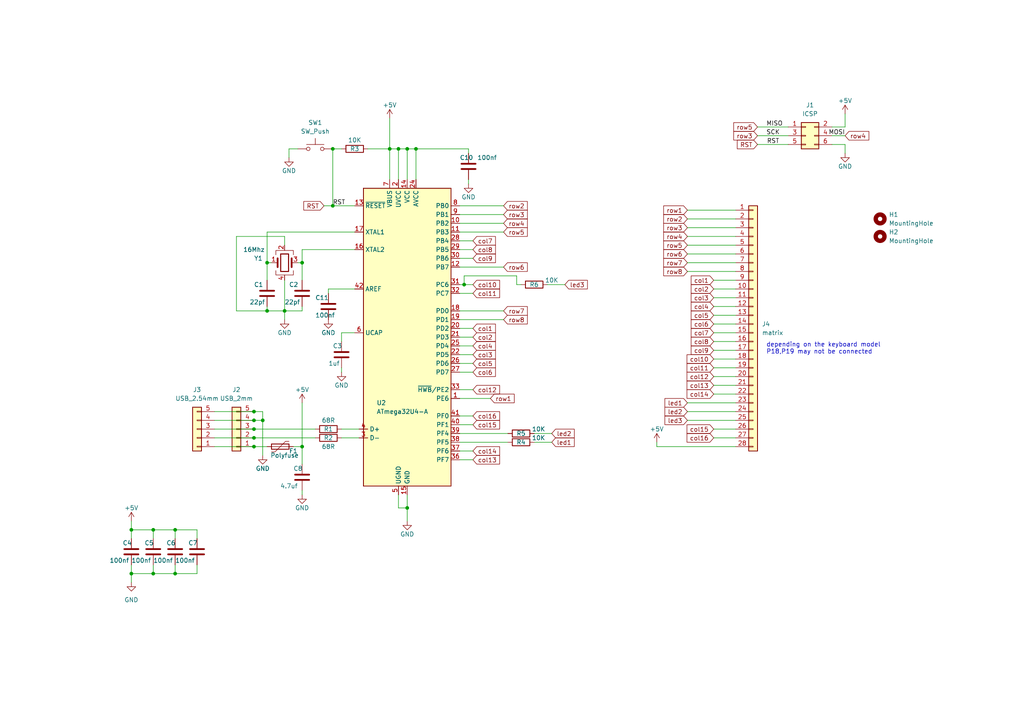
<source format=kicad_sch>
(kicad_sch (version 20230121) (generator eeschema)
  (paper "A4")
  (lib_symbols
    (symbol "Connector_Generic:Conn_01x05" (pin_names (offset 1.016) hide)
      (property "Reference" "J" (at 0 7.62 0))
      (property "Value" "Conn_01x05" (at 0 -7.62 0))
      (symbol "Conn_01x05_1_1"
        (rectangle (start -1.27 -4.953) (end 0 -5.207) (stroke (width 0.1524)))
        (rectangle (start -1.27 -2.413) (end 0 -2.667) (stroke (width 0.1524)))
        (rectangle (start -1.27 0.127) (end 0 -0.127) (stroke (width 0.1524)))
        (rectangle (start -1.27 2.667) (end 0 2.413) (stroke (width 0.1524)))
        (rectangle (start -1.27 5.207) (end 0 4.953) (stroke (width 0.1524)))
        (rectangle (start -1.27 6.35) (end 1.27 -6.35) (stroke (width 0.254)) (fill (type background)))
        (pin passive line (at -5.08 5.08 0) (length 3.81) (name "Pin_1") (number "1"))
        (pin passive line (at -5.08 2.54 0) (length 3.81) (name "Pin_2") (number "2"))
        (pin passive line (at -5.08 0 0) (length 3.81) (name "Pin_3") (number "3"))
        (pin passive line (at -5.08 -2.54 0) (length 3.81) (name "Pin_4") (number "4"))
        (pin passive line (at -5.08 -5.08 0) (length 3.81) (name "Pin_5") (number "5"))
      )
    )
    (symbol "Connector_Generic:Conn_01x28" (pin_names (offset 1.016) hide)
      (property "Reference" "J" (at 0 35.56 0))
      (property "Value" "Conn_01x28" (at 0 -38.1 0))
      (symbol "Conn_01x28_1_1"
        (rectangle (start -1.27 -35.433) (end 0 -35.687) (stroke (width 0.1524)))
        (rectangle (start -1.27 -32.893) (end 0 -33.147) (stroke (width 0.1524)))
        (rectangle (start -1.27 -30.353) (end 0 -30.607) (stroke (width 0.1524)))
        (rectangle (start -1.27 -27.813) (end 0 -28.067) (stroke (width 0.1524)))
        (rectangle (start -1.27 -25.273) (end 0 -25.527) (stroke (width 0.1524)))
        (rectangle (start -1.27 -22.733) (end 0 -22.987) (stroke (width 0.1524)))
        (rectangle (start -1.27 -20.193) (end 0 -20.447) (stroke (width 0.1524)))
        (rectangle (start -1.27 -17.653) (end 0 -17.907) (stroke (width 0.1524)))
        (rectangle (start -1.27 -15.113) (end 0 -15.367) (stroke (width 0.1524)))
        (rectangle (start -1.27 -12.573) (end 0 -12.827) (stroke (width 0.1524)))
        (rectangle (start -1.27 -10.033) (end 0 -10.287) (stroke (width 0.1524)))
        (rectangle (start -1.27 -7.493) (end 0 -7.747) (stroke (width 0.1524)))
        (rectangle (start -1.27 -4.953) (end 0 -5.207) (stroke (width 0.1524)))
        (rectangle (start -1.27 -2.413) (end 0 -2.667) (stroke (width 0.1524)))
        (rectangle (start -1.27 0.127) (end 0 -0.127) (stroke (width 0.1524)))
        (rectangle (start -1.27 2.667) (end 0 2.413) (stroke (width 0.1524)))
        (rectangle (start -1.27 5.207) (end 0 4.953) (stroke (width 0.1524)))
        (rectangle (start -1.27 7.747) (end 0 7.493) (stroke (width 0.1524)))
        (rectangle (start -1.27 10.287) (end 0 10.033) (stroke (width 0.1524)))
        (rectangle (start -1.27 12.827) (end 0 12.573) (stroke (width 0.1524)))
        (rectangle (start -1.27 15.367) (end 0 15.113) (stroke (width 0.1524)))
        (rectangle (start -1.27 17.907) (end 0 17.653) (stroke (width 0.1524)))
        (rectangle (start -1.27 20.447) (end 0 20.193) (stroke (width 0.1524)))
        (rectangle (start -1.27 22.987) (end 0 22.733) (stroke (width 0.1524)))
        (rectangle (start -1.27 25.527) (end 0 25.273) (stroke (width 0.1524)))
        (rectangle (start -1.27 28.067) (end 0 27.813) (stroke (width 0.1524)))
        (rectangle (start -1.27 30.607) (end 0 30.353) (stroke (width 0.1524)))
        (rectangle (start -1.27 33.147) (end 0 32.893) (stroke (width 0.1524)))
        (rectangle (start -1.27 34.29) (end 1.27 -36.83) (stroke (width 0.254)) (fill (type background)))
        (pin passive line (at -5.08 33.02 0) (length 3.81) (name "Pin_1") (number "1"))
        (pin passive line (at -5.08 10.16 0) (length 3.81) (name "Pin_10") (number "10"))
        (pin passive line (at -5.08 7.62 0) (length 3.81) (name "Pin_11") (number "11"))
        (pin passive line (at -5.08 5.08 0) (length 3.81) (name "Pin_12") (number "12"))
        (pin passive line (at -5.08 2.54 0) (length 3.81) (name "Pin_13") (number "13"))
        (pin passive line (at -5.08 0 0) (length 3.81) (name "Pin_14") (number "14"))
        (pin passive line (at -5.08 -2.54 0) (length 3.81) (name "Pin_15") (number "15"))
        (pin passive line (at -5.08 -5.08 0) (length 3.81) (name "Pin_16") (number "16"))
        (pin passive line (at -5.08 -7.62 0) (length 3.81) (name "Pin_17") (number "17"))
        (pin passive line (at -5.08 -10.16 0) (length 3.81) (name "Pin_18") (number "18"))
        (pin passive line (at -5.08 -12.7 0) (length 3.81) (name "Pin_19") (number "19"))
        (pin passive line (at -5.08 30.48 0) (length 3.81) (name "Pin_2") (number "2"))
        (pin passive line (at -5.08 -15.24 0) (length 3.81) (name "Pin_20") (number "20"))
        (pin passive line (at -5.08 -17.78 0) (length 3.81) (name "Pin_21") (number "21"))
        (pin passive line (at -5.08 -20.32 0) (length 3.81) (name "Pin_22") (number "22"))
        (pin passive line (at -5.08 -22.86 0) (length 3.81) (name "Pin_23") (number "23"))
        (pin passive line (at -5.08 -25.4 0) (length 3.81) (name "Pin_24") (number "24"))
        (pin passive line (at -5.08 -27.94 0) (length 3.81) (name "Pin_25") (number "25"))
        (pin passive line (at -5.08 -30.48 0) (length 3.81) (name "Pin_26") (number "26"))
        (pin passive line (at -5.08 -33.02 0) (length 3.81) (name "Pin_27") (number "27"))
        (pin passive line (at -5.08 -35.56 0) (length 3.81) (name "Pin_28") (number "28"))
        (pin passive line (at -5.08 27.94 0) (length 3.81) (name "Pin_3") (number "3"))
        (pin passive line (at -5.08 25.4 0) (length 3.81) (name "Pin_4") (number "4"))
        (pin passive line (at -5.08 22.86 0) (length 3.81) (name "Pin_5") (number "5"))
        (pin passive line (at -5.08 20.32 0) (length 3.81) (name "Pin_6") (number "6"))
        (pin passive line (at -5.08 17.78 0) (length 3.81) (name "Pin_7") (number "7"))
        (pin passive line (at -5.08 15.24 0) (length 3.81) (name "Pin_8") (number "8"))
        (pin passive line (at -5.08 12.7 0) (length 3.81) (name "Pin_9") (number "9"))
      )
    )
    (symbol "Connector_Generic:Conn_02x03_Odd_Even" (pin_names (offset 1.016) hide)
      (property "Reference" "J" (at 1.27 5.08 0))
      (property "Value" "Conn_02x03_Odd_Even" (at 1.27 -5.08 0))
      (symbol "Conn_02x03_Odd_Even_1_1"
        (rectangle (start -1.27 -2.413) (end 0 -2.667) (stroke (width 0.1524)))
        (rectangle (start -1.27 0.127) (end 0 -0.127) (stroke (width 0.1524)))
        (rectangle (start -1.27 2.667) (end 0 2.413) (stroke (width 0.1524)))
        (rectangle (start -1.27 3.81) (end 3.81 -3.81) (stroke (width 0.254)) (fill (type background)))
        (rectangle (start 3.81 -2.413) (end 2.54 -2.667) (stroke (width 0.1524)))
        (rectangle (start 3.81 0.127) (end 2.54 -0.127) (stroke (width 0.1524)))
        (rectangle (start 3.81 2.667) (end 2.54 2.413) (stroke (width 0.1524)))
        (pin passive line (at -5.08 2.54 0) (length 3.81) (name "Pin_1") (number "1"))
        (pin passive line (at 7.62 2.54 180) (length 3.81) (name "Pin_2") (number "2"))
        (pin passive line (at -5.08 0 0) (length 3.81) (name "Pin_3") (number "3"))
        (pin passive line (at 7.62 0 180) (length 3.81) (name "Pin_4") (number "4"))
        (pin passive line (at -5.08 -2.54 0) (length 3.81) (name "Pin_5") (number "5"))
        (pin passive line (at 7.62 -2.54 180) (length 3.81) (name "Pin_6") (number "6"))
      )
    )
    (symbol "Device:C" (pin_numbers hide) (pin_names (offset 0.254))
      (property "Reference" "C" (at 0.635 2.54 0))
      (property "Value" "C" (at 0.635 -2.54 0))
      (symbol "C_0_1"
        (polyline (pts (xy -2.032 -0.762) (xy 2.032 -0.762)) (stroke (width 0.508)))
        (polyline (pts (xy -2.032 0.762) (xy 2.032 0.762)) (stroke (width 0.508)))
      )
      (symbol "C_1_1"
        (pin passive line (at 0 3.81 270) (length 2.794) (name "~") (number "1"))
        (pin passive line (at 0 -3.81 90) (length 2.794) (name "~") (number "2"))
      )
    )
    (symbol "Device:Crystal_GND24" (pin_names (offset 1.016) hide)
      (property "Reference" "Y" (at 3.175 5.08 0))
      (property "Value" "Crystal_GND24" (at 3.175 3.175 0))
      (symbol "Crystal_GND24_0_1"
        (rectangle (start -1.143 2.54) (end 1.143 -2.54) (stroke (width 0.3048)))
        (polyline (pts (xy -2.54 0) (xy -2.032 0)))
        (polyline (pts (xy -2.032 -1.27) (xy -2.032 1.27)) (stroke (width 0.508)))
        (polyline (pts (xy 0 -3.81) (xy 0 -3.556)))
        (polyline (pts (xy 0 3.556) (xy 0 3.81)))
        (polyline (pts (xy 2.032 -1.27) (xy 2.032 1.27)) (stroke (width 0.508)))
        (polyline (pts (xy 2.032 0) (xy 2.54 0)))
        (polyline (pts (xy -2.54 -2.286) (xy -2.54 -3.556) (xy 2.54 -3.556) (xy 2.54 -2.286)))
        (polyline (pts (xy -2.54 2.286) (xy -2.54 3.556) (xy 2.54 3.556) (xy 2.54 2.286)))
      )
      (symbol "Crystal_GND24_1_1"
        (pin passive line (at -3.81 0 0) (length 1.27) (name "1") (number "1"))
        (pin passive line (at 0 5.08 270) (length 1.27) (name "2") (number "2"))
        (pin passive line (at 3.81 0 180) (length 1.27) (name "3") (number "3"))
        (pin passive line (at 0 -5.08 90) (length 1.27) (name "4") (number "4"))
      )
    )
    (symbol "Device:Polyfuse" (pin_numbers hide) (pin_names (offset 0))
      (property "Reference" "F" (at -2.54 0 90))
      (property "Value" "Polyfuse" (at 2.54 0 90))
      (symbol "Polyfuse_0_1"
        (rectangle (start -0.762 2.54) (end 0.762 -2.54) (stroke (width 0.254)))
        (polyline (pts (xy 0 2.54) (xy 0 -2.54)))
        (polyline (pts (xy -1.524 2.54) (xy -1.524 1.524) (xy 1.524 -1.524) (xy 1.524 -2.54)))
      )
      (symbol "Polyfuse_1_1"
        (pin passive line (at 0 3.81 270) (length 1.27) (name "~") (number "1"))
        (pin passive line (at 0 -3.81 90) (length 1.27) (name "~") (number "2"))
      )
    )
    (symbol "Device:R" (pin_numbers hide) (pin_names (offset 0))
      (property "Reference" "R" (at 2.032 0 90))
      (property "Value" "R" (at 0 0 90))
      (symbol "R_0_1"
        (rectangle (start -1.016 -2.54) (end 1.016 2.54) (stroke (width 0.254)))
      )
      (symbol "R_1_1"
        (pin passive line (at 0 3.81 270) (length 1.27) (name "~") (number "1"))
        (pin passive line (at 0 -3.81 90) (length 1.27) (name "~") (number "2"))
      )
    )
    (symbol "MCU_Microchip_ATmega:ATmega32U4-A"
      (property "Reference" "U1" (at -8.89 -19.05 0))
      (property "Value" "ATmega32U4-A" (at -8.89 -21.59 0))
      (symbol "ATmega32U4-A_0_1"
        (rectangle (start -12.7 -43.18) (end 12.7 43.18) (stroke (width 0.254)) (fill (type background)))
      )
      (symbol "ATmega32U4-A_1_1"
        (pin bidirectional line (at 15.24 -17.78 180) (length 2.54) (name "PE6") (number "1"))
        (pin bidirectional line (at 15.24 33.02 180) (length 2.54) (name "PB2") (number "10"))
        (pin bidirectional line (at 15.24 30.48 180) (length 2.54) (name "PB3") (number "11"))
        (pin bidirectional line (at 15.24 20.32 180) (length 2.54) (name "PB7") (number "12"))
        (pin input line (at -15.24 38.1 0) (length 2.54) (name "~{RESET}") (number "13"))
        (pin power_in line (at 0 45.72 270) (length 2.54) (name "VCC") (number "14"))
        (pin power_in line (at 0 -45.72 90) (length 2.54) (name "GND") (number "15"))
        (pin output line (at -15.24 25.4 0) (length 2.54) (name "XTAL2") (number "16"))
        (pin input line (at -15.24 30.48 0) (length 2.54) (name "XTAL1") (number "17"))
        (pin bidirectional line (at 15.24 7.62 180) (length 2.54) (name "PD0") (number "18"))
        (pin bidirectional line (at 15.24 5.08 180) (length 2.54) (name "PD1") (number "19"))
        (pin power_in line (at -2.54 45.72 270) (length 2.54) (name "UVCC") (number "2"))
        (pin bidirectional line (at 15.24 2.54 180) (length 2.54) (name "PD2") (number "20"))
        (pin bidirectional line (at 15.24 0 180) (length 2.54) (name "PD3") (number "21"))
        (pin bidirectional line (at 15.24 -5.08 180) (length 2.54) (name "PD5") (number "22"))
        (pin passive line (at 0 -45.72 90) (length 2.54) hide (name "GND") (number "23"))
        (pin power_in line (at 2.54 45.72 270) (length 2.54) (name "AVCC") (number "24"))
        (pin bidirectional line (at 15.24 -2.54 180) (length 2.54) (name "PD4") (number "25"))
        (pin bidirectional line (at 15.24 -7.62 180) (length 2.54) (name "PD6") (number "26"))
        (pin bidirectional line (at 15.24 -10.16 180) (length 2.54) (name "PD7") (number "27"))
        (pin bidirectional line (at 15.24 27.94 180) (length 2.54) (name "PB4") (number "28"))
        (pin bidirectional line (at 15.24 25.4 180) (length 2.54) (name "PB5") (number "29"))
        (pin bidirectional line (at -13.97 -29.21 0) (length 2.54) (name "D-") (number "3"))
        (pin bidirectional line (at 15.24 22.86 180) (length 2.54) (name "PB6") (number "30"))
        (pin bidirectional line (at 15.24 15.24 180) (length 2.54) (name "PC6") (number "31"))
        (pin bidirectional line (at 15.24 12.7 180) (length 2.54) (name "PC7") (number "32"))
        (pin bidirectional line (at 15.24 -15.24 180) (length 2.54) (name "~{HWB}/PE2") (number "33"))
        (pin passive line (at 0 45.72 270) (length 2.54) hide (name "VCC") (number "34"))
        (pin passive line (at 0 -45.72 90) (length 2.54) hide (name "GND") (number "35"))
        (pin bidirectional line (at 15.24 -35.56 180) (length 2.54) (name "PF7") (number "36"))
        (pin bidirectional line (at 15.24 -33.02 180) (length 2.54) (name "PF6") (number "37"))
        (pin bidirectional line (at 15.24 -30.48 180) (length 2.54) (name "PF5") (number "38"))
        (pin bidirectional line (at 15.24 -27.94 180) (length 2.54) (name "PF4") (number "39"))
        (pin bidirectional line (at -13.97 -26.67 0) (length 2.54) (name "D+") (number "4"))
        (pin bidirectional line (at 15.24 -25.4 180) (length 2.54) (name "PF1") (number "40"))
        (pin bidirectional line (at 15.24 -22.86 180) (length 2.54) (name "PF0") (number "41"))
        (pin passive line (at -15.24 13.97 0) (length 2.54) (name "AREF") (number "42"))
        (pin passive line (at 0 -45.72 90) (length 2.54) hide (name "GND") (number "43"))
        (pin passive line (at 2.54 45.72 270) (length 2.54) hide (name "AVCC") (number "44"))
        (pin passive line (at -2.54 -45.72 90) (length 2.54) (name "UGND") (number "5"))
        (pin passive line (at -15.24 1.27 0) (length 2.54) (name "UCAP") (number "6"))
        (pin input line (at -5.08 45.72 270) (length 2.54) (name "VBUS") (number "7"))
        (pin bidirectional line (at 15.24 38.1 180) (length 2.54) (name "PB0") (number "8"))
        (pin bidirectional line (at 15.24 35.56 180) (length 2.54) (name "PB1") (number "9"))
      )
    )
    (symbol "Mechanical:MountingHole" (pin_names (offset 1.016))
      (property "Reference" "H" (at 0 5.08 0))
      (property "Value" "MountingHole" (at 0 3.175 0))
      (symbol "MountingHole_0_1"
        (circle (center 0 0) (radius 1.27) (stroke (width 1.27)))
      )
    )
    (symbol "Switch:SW_Push" (pin_numbers hide) (pin_names (offset 1.016) hide)
      (property "Reference" "SW" (at 1.27 2.54 0))
      (property "Value" "SW_Push" (at 0 -1.524 0))
      (symbol "SW_Push_0_1"
        (circle (center -2.032 0) (radius 0.508))
        (polyline (pts (xy 0 1.27) (xy 0 3.048)))
        (polyline (pts (xy 2.54 1.27) (xy -2.54 1.27)))
        (circle (center 2.032 0) (radius 0.508))
        (pin passive line (at -5.08 0 0) (length 2.54) (name "1") (number "1"))
        (pin passive line (at 5.08 0 180) (length 2.54) (name "2") (number "2"))
      )
    )
    (symbol "power:+5V" (power) (pin_names (offset 0))
      (property "Value" "+5V" (at 0 3.556 0))
      (symbol "+5V_0_1"
        (polyline (pts (xy -0.762 1.27) (xy 0 2.54)))
        (polyline (pts (xy 0 0) (xy 0 2.54)))
        (polyline (pts (xy 0 2.54) (xy 0.762 1.27)))
      )
      (symbol "+5V_1_1"
        (pin power_in line (at 0 0 90) (length 0) hide (name "+5V") (number "1"))
      )
    )
    (symbol "power:GND" (power) (pin_names (offset 0))
      (property "Value" "GND" (at 0 -3.81 0))
      (symbol "GND_0_1"
        (polyline (pts (xy 0 0) (xy 0 -1.27) (xy 1.27 -1.27) (xy 0 -2.54) (xy -1.27 -1.27) (xy 0 -1.27)))
      )
      (symbol "GND_1_1"
        (pin power_in line (at 0 0 270) (length 0) hide (name "GND") (number "1"))
      )
    )
  )
  (junction (at 96.52 43.18))
  (junction (at 115.57 43.18))
  (junction (at 44.45 153.67))
  (junction (at 120.65 43.18))
  (junction (at 50.8 166.37))
  (junction (at 118.11 43.18))
  (junction (at 82.55 90.17))
  (junction (at 96.52 59.69))
  (junction (at 77.47 76.2))
  (junction (at 134.62 82.55))
  (junction (at 76.2 121.92))
  (junction (at 73.66 119.38))
  (junction (at 38.1 166.37))
  (junction (at 73.66 127))
  (junction (at 77.47 90.17))
  (junction (at 87.63 129.54))
  (junction (at 38.1 153.67))
  (junction (at 73.66 124.46))
  (junction (at 118.11 147.32))
  (junction (at 50.8 153.67))
  (junction (at 87.63 76.2))
  (junction (at 44.45 166.37))
  (junction (at 113.03 43.18))
  (junction (at 73.66 129.54))
  (junction (at 73.66 121.92))
  (wire (pts (xy 207.01 124.46) (xy 213.36 124.46)))
  (wire (pts (xy 207.01 88.9) (xy 213.36 88.9)))
  (wire (pts (xy 241.3 39.37) (xy 245.11 39.37)))
  (wire (pts (xy 87.63 72.39) (xy 102.87 72.39)))
  (wire (pts (xy 199.39 60.96) (xy 213.36 60.96)))
  (wire (pts (xy 115.57 143.51) (xy 115.57 147.32)))
  (wire (pts (xy 207.01 109.22) (xy 213.36 109.22)))
  (wire (pts (xy 133.35 123.19) (xy 137.16 123.19)))
  (wire (pts (xy 133.35 69.85) (xy 137.16 69.85)))
  (wire (pts (xy 134.62 82.55) (xy 137.16 82.55)))
  (wire (pts (xy 68.58 68.58) (xy 68.58 90.17)))
  (wire (pts (xy 199.39 66.04) (xy 213.36 66.04)))
  (wire (pts (xy 73.66 121.92) (xy 76.2 121.92)))
  (wire (pts (xy 102.87 83.82) (xy 95.25 83.82)))
  (wire (pts (xy 133.35 67.31) (xy 146.05 67.31)))
  (wire (pts (xy 77.47 76.2) (xy 78.74 76.2)))
  (wire (pts (xy 133.35 97.79) (xy 137.16 97.79)))
  (wire (pts (xy 133.35 100.33) (xy 137.16 100.33)))
  (wire (pts (xy 106.68 43.18) (xy 113.03 43.18)))
  (wire (pts (xy 77.47 90.17) (xy 82.55 90.17)))
  (wire (pts (xy 219.71 41.91) (xy 228.6 41.91)))
  (wire (pts (xy 154.94 128.27) (xy 160.02 128.27)))
  (wire (pts (xy 133.35 92.71) (xy 146.05 92.71)))
  (wire (pts (xy 245.11 33.02) (xy 245.11 36.83)))
  (wire (pts (xy 133.35 62.23) (xy 146.05 62.23)))
  (wire (pts (xy 77.47 67.31) (xy 102.87 67.31)))
  (wire (pts (xy 133.35 74.93) (xy 137.16 74.93)))
  (wire (pts (xy 87.63 129.54) (xy 87.63 116.84)))
  (wire (pts (xy 83.82 43.18) (xy 83.82 45.72)))
  (wire (pts (xy 190.5 128.27) (xy 190.5 129.54)))
  (wire (pts (xy 38.1 163.83) (xy 38.1 166.37)))
  (wire (pts (xy 199.39 76.2) (xy 213.36 76.2)))
  (wire (pts (xy 99.06 106.68) (xy 99.06 107.95)))
  (wire (pts (xy 207.01 91.44) (xy 213.36 91.44)))
  (wire (pts (xy 207.01 106.68) (xy 213.36 106.68)))
  (wire (pts (xy 87.63 76.2) (xy 87.63 81.28)))
  (wire (pts (xy 133.35 59.69) (xy 146.05 59.69)))
  (wire (pts (xy 149.86 80.01) (xy 134.62 80.01)))
  (wire (pts (xy 133.35 77.47) (xy 146.05 77.47)))
  (wire (pts (xy 87.63 90.17) (xy 87.63 88.9)))
  (wire (pts (xy 207.01 101.6) (xy 213.36 101.6)))
  (wire (pts (xy 57.15 153.67) (xy 57.15 156.21)))
  (wire (pts (xy 96.52 59.69) (xy 102.87 59.69)))
  (wire (pts (xy 38.1 166.37) (xy 38.1 168.91)))
  (wire (pts (xy 199.39 78.74) (xy 213.36 78.74)))
  (wire (pts (xy 199.39 71.12) (xy 213.36 71.12)))
  (wire (pts (xy 99.06 127) (xy 104.14 127)))
  (wire (pts (xy 77.47 67.31) (xy 77.47 76.2)))
  (wire (pts (xy 44.45 166.37) (xy 50.8 166.37)))
  (wire (pts (xy 87.63 129.54) (xy 87.63 134.62)))
  (wire (pts (xy 96.52 43.18) (xy 96.52 59.69)))
  (wire (pts (xy 133.35 95.25) (xy 137.16 95.25)))
  (wire (pts (xy 62.23 124.46) (xy 73.66 124.46)))
  (wire (pts (xy 50.8 163.83) (xy 50.8 166.37)))
  (wire (pts (xy 99.06 96.52) (xy 102.87 96.52)))
  (wire (pts (xy 50.8 166.37) (xy 57.15 166.37)))
  (wire (pts (xy 118.11 147.32) (xy 118.11 151.13)))
  (wire (pts (xy 199.39 116.84) (xy 213.36 116.84)))
  (wire (pts (xy 82.55 90.17) (xy 82.55 92.71)))
  (wire (pts (xy 113.03 43.18) (xy 115.57 43.18)))
  (wire (pts (xy 95.25 83.82) (xy 95.25 85.09)))
  (wire (pts (xy 86.36 43.18) (xy 83.82 43.18)))
  (wire (pts (xy 62.23 129.54) (xy 73.66 129.54)))
  (wire (pts (xy 207.01 83.82) (xy 213.36 83.82)))
  (wire (pts (xy 62.23 119.38) (xy 73.66 119.38)))
  (wire (pts (xy 73.66 124.46) (xy 91.44 124.46)))
  (wire (pts (xy 199.39 63.5) (xy 213.36 63.5)))
  (wire (pts (xy 133.35 113.03) (xy 137.16 113.03)))
  (wire (pts (xy 199.39 121.92) (xy 213.36 121.92)))
  (wire (pts (xy 76.2 121.92) (xy 76.2 132.08)))
  (wire (pts (xy 62.23 127) (xy 73.66 127)))
  (wire (pts (xy 149.86 82.55) (xy 149.86 80.01)))
  (wire (pts (xy 207.01 96.52) (xy 213.36 96.52)))
  (wire (pts (xy 118.11 143.51) (xy 118.11 147.32)))
  (wire (pts (xy 135.89 43.18) (xy 120.65 43.18)))
  (wire (pts (xy 38.1 166.37) (xy 44.45 166.37)))
  (wire (pts (xy 219.71 36.83) (xy 228.6 36.83)))
  (wire (pts (xy 38.1 151.13) (xy 38.1 153.67)))
  (wire (pts (xy 199.39 73.66) (xy 213.36 73.66)))
  (wire (pts (xy 87.63 142.24) (xy 87.63 143.51)))
  (wire (pts (xy 149.86 82.55) (xy 151.13 82.55)))
  (wire (pts (xy 154.94 125.73) (xy 160.02 125.73)))
  (wire (pts (xy 113.03 34.29) (xy 113.03 43.18)))
  (wire (pts (xy 133.35 90.17) (xy 146.05 90.17)))
  (wire (pts (xy 57.15 163.83) (xy 57.15 166.37)))
  (wire (pts (xy 62.23 121.92) (xy 73.66 121.92)))
  (wire (pts (xy 135.89 43.18) (xy 135.89 44.45)))
  (wire (pts (xy 85.09 129.54) (xy 87.63 129.54)))
  (wire (pts (xy 44.45 153.67) (xy 44.45 156.21)))
  (wire (pts (xy 96.52 43.18) (xy 99.06 43.18)))
  (wire (pts (xy 73.66 129.54) (xy 77.47 129.54)))
  (wire (pts (xy 133.35 85.09) (xy 137.16 85.09)))
  (wire (pts (xy 207.01 114.3) (xy 213.36 114.3)))
  (wire (pts (xy 50.8 153.67) (xy 57.15 153.67)))
  (wire (pts (xy 118.11 43.18) (xy 120.65 43.18)))
  (wire (pts (xy 133.35 133.35) (xy 137.16 133.35)))
  (wire (pts (xy 207.01 81.28) (xy 213.36 81.28)))
  (wire (pts (xy 133.35 125.73) (xy 147.32 125.73)))
  (wire (pts (xy 133.35 130.81) (xy 137.16 130.81)))
  (wire (pts (xy 133.35 64.77) (xy 146.05 64.77)))
  (wire (pts (xy 115.57 43.18) (xy 118.11 43.18)))
  (wire (pts (xy 241.3 36.83) (xy 245.11 36.83)))
  (wire (pts (xy 245.11 41.91) (xy 245.11 44.45)))
  (wire (pts (xy 207.01 99.06) (xy 213.36 99.06)))
  (wire (pts (xy 207.01 111.76) (xy 213.36 111.76)))
  (wire (pts (xy 115.57 147.32) (xy 118.11 147.32)))
  (wire (pts (xy 99.06 124.46) (xy 104.14 124.46)))
  (wire (pts (xy 241.3 41.91) (xy 245.11 41.91)))
  (wire (pts (xy 120.65 43.18) (xy 120.65 52.07)))
  (wire (pts (xy 190.5 129.54) (xy 213.36 129.54)))
  (wire (pts (xy 135.89 52.07) (xy 135.89 53.34)))
  (wire (pts (xy 115.57 43.18) (xy 115.57 52.07)))
  (wire (pts (xy 118.11 43.18) (xy 118.11 52.07)))
  (wire (pts (xy 207.01 93.98) (xy 213.36 93.98)))
  (wire (pts (xy 77.47 76.2) (xy 77.47 81.28)))
  (wire (pts (xy 133.35 128.27) (xy 147.32 128.27)))
  (wire (pts (xy 38.1 153.67) (xy 44.45 153.67)))
  (wire (pts (xy 44.45 163.83) (xy 44.45 166.37)))
  (wire (pts (xy 82.55 81.28) (xy 82.55 90.17)))
  (wire (pts (xy 82.55 90.17) (xy 87.63 90.17)))
  (wire (pts (xy 82.55 71.12) (xy 82.55 68.58)))
  (wire (pts (xy 219.71 39.37) (xy 228.6 39.37)))
  (wire (pts (xy 76.2 119.38) (xy 76.2 121.92)))
  (wire (pts (xy 133.35 107.95) (xy 137.16 107.95)))
  (wire (pts (xy 86.36 76.2) (xy 87.63 76.2)))
  (wire (pts (xy 82.55 68.58) (xy 68.58 68.58)))
  (wire (pts (xy 133.35 120.65) (xy 137.16 120.65)))
  (wire (pts (xy 87.63 76.2) (xy 87.63 72.39)))
  (wire (pts (xy 199.39 68.58) (xy 213.36 68.58)))
  (wire (pts (xy 134.62 80.01) (xy 134.62 82.55)))
  (wire (pts (xy 133.35 115.57) (xy 142.24 115.57)))
  (wire (pts (xy 38.1 153.67) (xy 38.1 156.21)))
  (wire (pts (xy 73.66 119.38) (xy 76.2 119.38)))
  (wire (pts (xy 50.8 153.67) (xy 50.8 156.21)))
  (wire (pts (xy 133.35 102.87) (xy 137.16 102.87)))
  (wire (pts (xy 99.06 99.06) (xy 99.06 96.52)))
  (wire (pts (xy 93.98 59.69) (xy 96.52 59.69)))
  (wire (pts (xy 68.58 90.17) (xy 77.47 90.17)))
  (wire (pts (xy 199.39 119.38) (xy 213.36 119.38)))
  (wire (pts (xy 133.35 105.41) (xy 137.16 105.41)))
  (wire (pts (xy 207.01 86.36) (xy 213.36 86.36)))
  (wire (pts (xy 44.45 153.67) (xy 50.8 153.67)))
  (wire (pts (xy 113.03 43.18) (xy 113.03 52.07)))
  (wire (pts (xy 158.75 82.55) (xy 163.83 82.55)))
  (wire (pts (xy 133.35 72.39) (xy 137.16 72.39)))
  (wire (pts (xy 133.35 82.55) (xy 134.62 82.55)))
  (wire (pts (xy 207.01 127) (xy 213.36 127)))
  (wire (pts (xy 207.01 104.14) (xy 213.36 104.14)))
  (wire (pts (xy 73.66 127) (xy 91.44 127)))
  (wire (pts (xy 77.47 88.9) (xy 77.47 90.17)))
  (text "depending on the keyboard model\nP18,P19 may not be connected" (at 222.25 102.87 0) (effects (font (size 1.27 1.27)) (justify left bottom)))
  (label "MOSI" (at 245.11 39.37 180))
  (label "SCK" (at 222.25 39.37 0))
  (label "RST" (at 226.06 41.91 180))
  (label "RST" (at 96.52 59.69 0))
  (label "MISO" (at 222.25 36.83 0))
  (global_label "col5" (shape input) (at 137.16 105.41 0) (property "Intersheetrefs" "${INTERSHEET_REFS}" (effects hide)))
  (global_label "col11" (shape input) (at 137.16 85.09 0) (property "Intersheetrefs" "${INTERSHEET_REFS}" (effects hide)))
  (global_label "row8" (shape input) (at 199.39 78.74 180) (property "Intersheetrefs" "${INTERSHEET_REFS}" (effects hide)))
  (global_label "row2" (shape input) (at 146.05 59.69 0) (property "Intersheetrefs" "${INTERSHEET_REFS}" (effects hide)))
  (global_label "row1" (shape input) (at 142.24 115.57 0) (property "Intersheetrefs" "${INTERSHEET_REFS}" (effects hide)))
  (global_label "col9" (shape input) (at 207.01 101.6 180) (property "Intersheetrefs" "${INTERSHEET_REFS}" (effects hide)))
  (global_label "col15" (shape input) (at 137.16 123.19 0) (property "Intersheetrefs" "${INTERSHEET_REFS}" (effects hide)))
  (global_label "row8" (shape input) (at 146.05 92.71 0) (property "Intersheetrefs" "${INTERSHEET_REFS}" (effects hide)))
  (global_label "col9" (shape input) (at 137.16 74.93 0) (property "Intersheetrefs" "${INTERSHEET_REFS}" (effects hide)))
  (global_label "col8" (shape input) (at 207.01 99.06 180) (property "Intersheetrefs" "${INTERSHEET_REFS}" (effects hide)))
  (global_label "col11" (shape input) (at 207.01 106.68 180) (property "Intersheetrefs" "${INTERSHEET_REFS}" (effects hide)))
  (global_label "col12" (shape input) (at 137.16 113.03 0) (property "Intersheetrefs" "${INTERSHEET_REFS}" (effects hide)))
  (global_label "RST" (shape input) (at 93.98 59.69 180) (property "Intersheetrefs" "${INTERSHEET_REFS}" (effects hide)))
  (global_label "col8" (shape input) (at 137.16 72.39 0) (property "Intersheetrefs" "${INTERSHEET_REFS}" (effects hide)))
  (global_label "row5" (shape input) (at 199.39 71.12 180) (property "Intersheetrefs" "${INTERSHEET_REFS}" (effects hide)))
  (global_label "col10" (shape input) (at 137.16 82.55 0) (property "Intersheetrefs" "${INTERSHEET_REFS}" (effects hide)))
  (global_label "row6" (shape input) (at 146.05 77.47 0) (property "Intersheetrefs" "${INTERSHEET_REFS}" (effects hide)))
  (global_label "col13" (shape input) (at 207.01 111.76 180) (property "Intersheetrefs" "${INTERSHEET_REFS}" (effects hide)))
  (global_label "col14" (shape input) (at 207.01 114.3 180) (property "Intersheetrefs" "${INTERSHEET_REFS}" (effects hide)))
  (global_label "row5" (shape input) (at 219.71 36.83 180) (property "Intersheetrefs" "${INTERSHEET_REFS}" (effects hide)))
  (global_label "row5" (shape input) (at 146.05 67.31 0) (property "Intersheetrefs" "${INTERSHEET_REFS}" (effects hide)))
  (global_label "col6" (shape input) (at 207.01 93.98 180) (property "Intersheetrefs" "${INTERSHEET_REFS}" (effects hide)))
  (global_label "col4" (shape input) (at 207.01 88.9 180) (property "Intersheetrefs" "${INTERSHEET_REFS}" (effects hide)))
  (global_label "col7" (shape input) (at 137.16 69.85 0) (property "Intersheetrefs" "${INTERSHEET_REFS}" (effects hide)))
  (global_label "led2" (shape input) (at 160.02 125.73 0) (property "Intersheetrefs" "${INTERSHEET_REFS}" (effects hide)))
  (global_label "led2" (shape input) (at 199.39 119.38 180) (property "Intersheetrefs" "${INTERSHEET_REFS}" (effects hide)))
  (global_label "col3" (shape input) (at 137.16 102.87 0) (property "Intersheetrefs" "${INTERSHEET_REFS}" (effects hide)))
  (global_label "row7" (shape input) (at 199.39 76.2 180) (property "Intersheetrefs" "${INTERSHEET_REFS}" (effects hide)))
  (global_label "col12" (shape input) (at 207.01 109.22 180) (property "Intersheetrefs" "${INTERSHEET_REFS}" (effects hide)))
  (global_label "led1" (shape input) (at 160.02 128.27 0) (property "Intersheetrefs" "${INTERSHEET_REFS}" (effects hide)))
  (global_label "col16" (shape input) (at 137.16 120.65 0) (property "Intersheetrefs" "${INTERSHEET_REFS}" (effects hide)))
  (global_label "row1" (shape input) (at 199.39 60.96 180) (property "Intersheetrefs" "${INTERSHEET_REFS}" (effects hide)))
  (global_label "col2" (shape input) (at 207.01 83.82 180) (property "Intersheetrefs" "${INTERSHEET_REFS}" (effects hide)))
  (global_label "row3" (shape input) (at 199.39 66.04 180) (property "Intersheetrefs" "${INTERSHEET_REFS}" (effects hide)))
  (global_label "row4" (shape input) (at 245.11 39.37 0) (property "Intersheetrefs" "${INTERSHEET_REFS}" (effects hide)))
  (global_label "row4" (shape input) (at 199.39 68.58 180) (property "Intersheetrefs" "${INTERSHEET_REFS}" (effects hide)))
  (global_label "row2" (shape input) (at 199.39 63.5 180) (property "Intersheetrefs" "${INTERSHEET_REFS}" (effects hide)))
  (global_label "col7" (shape input) (at 207.01 96.52 180) (property "Intersheetrefs" "${INTERSHEET_REFS}" (effects hide)))
  (global_label "led3" (shape input) (at 199.39 121.92 180) (property "Intersheetrefs" "${INTERSHEET_REFS}" (effects hide)))
  (global_label "led1" (shape input) (at 199.39 116.84 180) (property "Intersheetrefs" "${INTERSHEET_REFS}" (effects hide)))
  (global_label "row3" (shape input) (at 146.05 62.23 0) (property "Intersheetrefs" "${INTERSHEET_REFS}" (effects hide)))
  (global_label "col13" (shape input) (at 137.16 133.35 0) (property "Intersheetrefs" "${INTERSHEET_REFS}" (effects hide)))
  (global_label "row7" (shape input) (at 146.05 90.17 0) (property "Intersheetrefs" "${INTERSHEET_REFS}" (effects hide)))
  (global_label "col4" (shape input) (at 137.16 100.33 0) (property "Intersheetrefs" "${INTERSHEET_REFS}" (effects hide)))
  (global_label "row6" (shape input) (at 199.39 73.66 180) (property "Intersheetrefs" "${INTERSHEET_REFS}" (effects hide)))
  (global_label "row3" (shape input) (at 219.71 39.37 180) (property "Intersheetrefs" "${INTERSHEET_REFS}" (effects hide)))
  (global_label "led3" (shape input) (at 163.83 82.55 0) (property "Intersheetrefs" "${INTERSHEET_REFS}" (effects hide)))
  (global_label "col15" (shape input) (at 207.01 124.46 180) (property "Intersheetrefs" "${INTERSHEET_REFS}" (effects hide)))
  (global_label "col14" (shape input) (at 137.16 130.81 0) (property "Intersheetrefs" "${INTERSHEET_REFS}" (effects hide)))
  (global_label "col1" (shape input) (at 137.16 95.25 0) (property "Intersheetrefs" "${INTERSHEET_REFS}" (effects hide)))
  (global_label "row4" (shape input) (at 146.05 64.77 0) (property "Intersheetrefs" "${INTERSHEET_REFS}" (effects hide)))
  (global_label "col16" (shape input) (at 207.01 127 180) (property "Intersheetrefs" "${INTERSHEET_REFS}" (effects hide)))
  (global_label "col1" (shape input) (at 207.01 81.28 180) (property "Intersheetrefs" "${INTERSHEET_REFS}" (effects hide)))
  (global_label "col10" (shape input) (at 207.01 104.14 180) (property "Intersheetrefs" "${INTERSHEET_REFS}" (effects hide)))
  (global_label "col3" (shape input) (at 207.01 86.36 180) (property "Intersheetrefs" "${INTERSHEET_REFS}" (effects hide)))
  (global_label "col5" (shape input) (at 207.01 91.44 180) (property "Intersheetrefs" "${INTERSHEET_REFS}" (effects hide)))
  (global_label "RST" (shape input) (at 219.71 41.91 180) (property "Intersheetrefs" "${INTERSHEET_REFS}" (effects hide)))
  (global_label "col2" (shape input) (at 137.16 97.79 0) (property "Intersheetrefs" "${INTERSHEET_REFS}" (effects hide)))
  (global_label "col6" (shape input) (at 137.16 107.95 0) (property "Intersheetrefs" "${INTERSHEET_REFS}" (effects hide)))
  (symbol (lib_id "Device:C") (at 50.8 160.02 0) (unit 1)
    (property "Reference" "C6" (at 48.26 157.48 0) (effects (justify left)))
    (property "Value" "100nf" (at 44.45 162.56 0) (effects (justify left)))
    (property "Footprint" "Capacitor_SMD:C_0603_1608Metric_Pad1.08x0.95mm_HandSolder" (effects hide))
  )
  (symbol (lib_id "Mechanical:MountingHole") (at 255.27 68.58 0) (unit 1)
    (property "Reference" "H2" (at 257.81 67.31 0) (effects (justify left)))
    (property "Value" "MountingHole" (at 257.81 69.85 0) (effects (justify left)))
    (property "Footprint" "MountingHole:MountingHole_3.2mm_M3" (effects hide))
  )
  (symbol (lib_id "Connector_Generic:Conn_01x05") (at 57.15 124.46 180) (unit 1)
    (property "Reference" "J3" (at 57.15 113.03 0))
    (property "Value" "USB_2.54mm" (at 57.15 115.57 0))
    (property "Footprint" "Connector_PinHeader_2.54mm:PinHeader_1x05_P2.54mm_Vertical" (effects hide))
  )
  (symbol (lib_id "Device:R") (at 151.13 128.27 90) (mirror x) (unit 1)
    (property "Reference" "R4" (at 151.13 128.27 90))
    (property "Value" "10K" (at 156.21 127 90))
    (property "Footprint" "Resistor_SMD:R_0603_1608Metric_Pad0.98x0.95mm_HandSolder" (effects hide))
  )
  (symbol (lib_id "power:GND") (at 99.06 107.95 0) (unit 1)
    (property "Reference" "#PWR020" (effects hide))
    (property "Value" "GND" (at 99.06 111.76 0))
  )
  (symbol (lib_id "Device:C") (at 87.63 85.09 0) (unit 1)
    (property "Reference" "C2" (at 83.82 82.55 0) (effects (justify left)))
    (property "Value" "22pf" (at 82.55 87.63 0) (effects (justify left)))
    (property "Footprint" "Capacitor_SMD:C_0603_1608Metric_Pad1.08x0.95mm_HandSolder" (effects hide))
  )
  (symbol (lib_id "Device:R") (at 95.25 124.46 90) (mirror x) (unit 1)
    (property "Reference" "R1" (at 95.25 124.46 90))
    (property "Value" "68R" (at 95.25 121.92 90))
    (property "Footprint" "Resistor_SMD:R_0603_1608Metric_Pad0.98x0.95mm_HandSolder" (effects hide))
  )
  (symbol (lib_id "power:GND") (at 87.63 143.51 0) (unit 1)
    (property "Reference" "#PWR03" (effects hide))
    (property "Value" "GND" (at 87.63 147.32 0))
  )
  (symbol (lib_id "Connector_Generic:Conn_01x05") (at 68.58 124.46 180) (unit 1)
    (property "Reference" "J2" (at 68.58 113.03 0))
    (property "Value" "USB_2mm" (at 68.58 115.57 0))
    (property "Footprint" "Connector_PinHeader_2.00mm:PinHeader_1x05_P2.00mm_Vertical" (effects hide))
  )
  (symbol (lib_id "Device:C") (at 99.06 102.87 0) (unit 1)
    (property "Reference" "C3" (at 96.52 100.33 0) (effects (justify left)))
    (property "Value" "1uf" (at 95.25 105.41 0) (effects (justify left)))
    (property "Footprint" "Capacitor_SMD:C_0603_1608Metric_Pad1.08x0.95mm_HandSolder" (effects hide))
  )
  (symbol (lib_id "Device:C") (at 57.15 160.02 0) (unit 1)
    (property "Reference" "C7" (at 54.61 157.48 0) (effects (justify left)))
    (property "Value" "100nf" (at 50.8 162.56 0) (effects (justify left)))
    (property "Footprint" "Capacitor_SMD:C_0603_1608Metric_Pad1.08x0.95mm_HandSolder" (effects hide))
  )
  (symbol (lib_id "power:+5V") (at 113.03 34.29 0) (unit 1)
    (property "Reference" "#PWR014" (effects hide))
    (property "Value" "+5V" (at 113.03 30.48 0))
  )
  (symbol (lib_id "power:GND") (at 38.1 168.91 0) (unit 1)
    (property "Reference" "#PWR08" (effects hide))
    (property "Value" "GND" (at 38.1 173.99 0))
  )
  (symbol (lib_id "power:GND") (at 118.11 151.13 0) (mirror y) (unit 1)
    (property "Reference" "#PWR010" (effects hide))
    (property "Value" "GND" (at 118.11 154.94 0))
  )
  (symbol (lib_id "Switch:SW_Push") (at 91.44 43.18 0) (unit 1)
    (property "Reference" "SW1" (at 91.44 35.56 0))
    (property "Value" "SW_Push" (at 91.44 38.1 0))
    (property "Footprint" "Button_Switch_SMD:SW_SPST_Omron_B3FS-100xP" (effects hide))
  )
  (symbol (lib_id "Device:R") (at 154.94 82.55 90) (mirror x) (unit 1)
    (property "Reference" "R6" (at 154.94 82.55 90))
    (property "Value" "10K" (at 160.02 81.28 90))
    (property "Footprint" "Resistor_SMD:R_0603_1608Metric_Pad0.98x0.95mm_HandSolder" (effects hide))
  )
  (symbol (lib_id "Device:C") (at 87.63 138.43 0) (unit 1)
    (property "Reference" "C8" (at 85.09 135.89 0) (effects (justify left)))
    (property "Value" "4.7uf" (at 81.28 140.97 0) (effects (justify left)))
    (property "Footprint" "Capacitor_SMD:C_0603_1608Metric_Pad1.08x0.95mm_HandSolder" (effects hide))
  )
  (symbol (lib_id "Connector_Generic:Conn_01x28") (at 218.44 93.98 0) (unit 1)
    (property "Reference" "J4" (at 220.98 93.98 0) (effects (justify left)))
    (property "Value" "matrix" (at 220.98 96.52 0) (effects (justify left)))
    (property "Footprint" "Connector_PinHeader_1.27mm:PinHeader_1x28_P1.27mm_Vertical" (effects hide))
  )
  (symbol (lib_id "power:GND") (at 95.25 92.71 0) (unit 1)
    (property "Reference" "#PWR021" (effects hide))
    (property "Value" "GND" (at 95.25 96.52 0))
  )
  (symbol (lib_id "power:GND") (at 135.89 53.34 0) (unit 1)
    (property "Reference" "#PWR019" (effects hide))
    (property "Value" "GND" (at 135.89 57.15 0))
  )
  (symbol (lib_id "MCU_Microchip_ATmega:ATmega32U4-A") (at 118.11 97.79 0) (unit 1)
    (property "Reference" "U2" (at 109.22 116.84 0) (effects (justify left)))
    (property "Value" "ATmega32U4-A" (at 109.22 119.38 0) (effects (justify left)))
    (property "Footprint" "cosailer:QFN-44-1EP_7x7mm_P0.5mm_EP5.15x5.15mm_no_pad" (effects hide))
    (property "Datasheet" "http://ww1.microchip.com/downloads/en/DeviceDoc/Atmel-7766-8-bit-AVR-ATmega16U4-32U4_Datasheet.pdf" (effects hide))
  )
  (symbol (lib_id "Mechanical:MountingHole") (at 255.27 63.5 0) (unit 1)
    (property "Reference" "H1" (at 257.81 62.23 0) (effects (justify left)))
    (property "Value" "MountingHole" (at 257.81 64.77 0) (effects (justify left)))
    (property "Footprint" "MountingHole:MountingHole_3.2mm_M3" (effects hide))
  )
  (symbol (lib_id "Device:Polyfuse") (at 81.28 129.54 90) (unit 1)
    (property "Reference" "F1" (at 85.09 130.81 90))
    (property "Value" "Polyfuse" (at 82.55 132.08 90))
    (property "Footprint" "Resistor_SMD:R_1210_3225Metric_Pad1.30x2.65mm_HandSolder" (effects hide))
  )
  (symbol (lib_id "power:+5V") (at 245.11 33.02 0) (unit 1)
    (property "Reference" "#PWR02" (effects hide))
    (property "Value" "+5V" (at 245.11 29.21 0))
  )
  (symbol (lib_id "Device:C") (at 135.89 48.26 0) (unit 1)
    (property "Reference" "C10" (at 133.35 45.72 0) (effects (justify left)))
    (property "Value" "100nf" (at 138.43 45.72 0) (effects (justify left)))
    (property "Footprint" "Capacitor_SMD:C_0603_1608Metric_Pad1.08x0.95mm_HandSolder" (effects hide))
  )
  (symbol (lib_id "power:+5V") (at 38.1 151.13 0) (unit 1)
    (property "Reference" "#PWR01" (effects hide))
    (property "Value" "+5V" (at 38.1 147.32 0))
  )
  (symbol (lib_id "power:+5V") (at 190.5 128.27 0) (unit 1)
    (property "Reference" "#PWR04" (effects hide))
    (property "Value" "+5V" (at 190.5 124.46 0))
  )
  (symbol (lib_id "power:GND") (at 82.55 92.71 0) (unit 1)
    (property "Reference" "#PWR09" (effects hide))
    (property "Value" "GND" (at 82.55 96.52 0))
  )
  (symbol (lib_id "Device:C") (at 77.47 85.09 0) (unit 1)
    (property "Reference" "C1" (at 73.66 82.55 0) (effects (justify left)))
    (property "Value" "22pf" (at 72.39 87.63 0) (effects (justify left)))
    (property "Footprint" "Capacitor_SMD:C_0603_1608Metric_Pad1.08x0.95mm_HandSolder" (effects hide))
  )
  (symbol (lib_id "Device:R") (at 95.25 127 90) (mirror x) (unit 1)
    (property "Reference" "R2" (at 95.25 127 90))
    (property "Value" "68R" (at 95.25 129.54 90))
    (property "Footprint" "Resistor_SMD:R_0603_1608Metric_Pad0.98x0.95mm_HandSolder" (effects hide))
  )
  (symbol (lib_id "Device:C") (at 95.25 88.9 0) (unit 1)
    (property "Reference" "C11" (at 91.44 86.36 0) (effects (justify left)))
    (property "Value" "100nf" (at 91.44 91.44 0) (effects (justify left)))
    (property "Footprint" "Capacitor_SMD:C_0603_1608Metric_Pad1.08x0.95mm_HandSolder" (effects hide))
  )
  (symbol (lib_id "Device:R") (at 102.87 43.18 90) (mirror x) (unit 1)
    (property "Reference" "R3" (at 102.87 43.18 90))
    (property "Value" "10K" (at 102.87 40.64 90))
    (property "Footprint" "Resistor_SMD:R_0603_1608Metric_Pad0.98x0.95mm_HandSolder" (effects hide))
  )
  (symbol (lib_id "power:GND") (at 245.11 44.45 0) (unit 1)
    (property "Reference" "#PWR013" (effects hide))
    (property "Value" "GND" (at 245.11 48.26 0))
  )
  (symbol (lib_id "Device:Crystal_GND24") (at 82.55 76.2 0) (unit 1)
    (property "Reference" "Y1" (at 74.93 74.93 0))
    (property "Value" "16Mhz" (at 73.66 72.39 0))
    (property "Footprint" "Crystal:Crystal_SMD_3225-4Pin_3.2x2.5mm" (effects hide))
  )
  (symbol (lib_id "power:GND") (at 83.82 45.72 0) (unit 1)
    (property "Reference" "#PWR06" (effects hide))
    (property "Value" "GND" (at 83.82 49.53 0))
  )
  (symbol (lib_id "power:+5V") (at 87.63 116.84 0) (unit 1)
    (property "Reference" "#PWR015" (effects hide))
    (property "Value" "+5V" (at 87.63 113.03 0))
  )
  (symbol (lib_id "Device:R") (at 151.13 125.73 90) (mirror x) (unit 1)
    (property "Reference" "R5" (at 151.13 125.73 90))
    (property "Value" "10K" (at 156.21 124.46 90))
    (property "Footprint" "Resistor_SMD:R_0603_1608Metric_Pad0.98x0.95mm_HandSolder" (effects hide))
  )
  (symbol (lib_id "Device:C") (at 44.45 160.02 0) (unit 1)
    (property "Reference" "C5" (at 41.91 157.48 0) (effects (justify left)))
    (property "Value" "100nf" (at 38.1 162.56 0) (effects (justify left)))
    (property "Footprint" "Capacitor_SMD:C_0603_1608Metric_Pad1.08x0.95mm_HandSolder" (effects hide))
  )
  (symbol (lib_id "Connector_Generic:Conn_02x03_Odd_Even") (at 233.68 39.37 0) (unit 1)
    (property "Reference" "J1" (at 234.95 30.48 0))
    (property "Value" "ICSP" (at 234.95 33.02 0))
    (property "Footprint" "Connector_PinHeader_2.54mm:PinHeader_2x03_P2.54mm_Vertical" (effects hide))
  )
  (symbol (lib_id "power:GND") (at 76.2 132.08 0) (unit 1)
    (property "Reference" "#PWR016" (effects hide))
    (property "Value" "GND" (at 76.2 135.89 0))
  )
  (symbol (lib_id "Device:C") (at 38.1 160.02 0) (unit 1)
    (property "Reference" "C4" (at 35.56 157.48 0) (effects (justify left)))
    (property "Value" "100nf" (at 31.75 162.56 0) (effects (justify left)))
    (property "Footprint" "Capacitor_SMD:C_0603_1608Metric_Pad1.08x0.95mm_HandSolder" (effects hide))
  )
)
</source>
